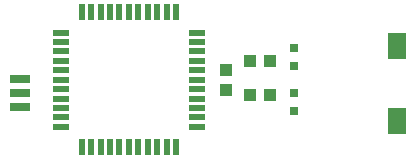
<source format=gtp>
G75*
%MOIN*%
%OFA0B0*%
%FSLAX25Y25*%
%IPPOS*%
%LPD*%
%AMOC8*
5,1,8,0,0,1.08239X$1,22.5*
%
%ADD10R,0.03937X0.04331*%
%ADD11R,0.03150X0.03150*%
%ADD12R,0.06299X0.09055*%
%ADD13R,0.06693X0.02756*%
%ADD14R,0.05800X0.02000*%
%ADD15R,0.02000X0.05800*%
D10*
X0111000Y0038904D03*
X0118904Y0037250D03*
X0125596Y0037250D03*
X0111000Y0045596D03*
X0118904Y0048500D03*
X0125596Y0048500D03*
D11*
X0133500Y0046797D03*
X0133500Y0052703D03*
X0133500Y0037703D03*
X0133500Y0031797D03*
D12*
X0167875Y0028598D03*
X0167875Y0053402D03*
D13*
X0042250Y0042599D03*
X0042250Y0037875D03*
X0042250Y0033151D03*
D14*
X0055900Y0026550D03*
X0055900Y0029650D03*
X0055900Y0032850D03*
X0055900Y0035950D03*
X0055900Y0039150D03*
X0055900Y0042250D03*
X0055900Y0045350D03*
X0055900Y0048550D03*
X0055900Y0051650D03*
X0055900Y0054850D03*
X0055900Y0057950D03*
X0101100Y0057950D03*
X0101100Y0054850D03*
X0101100Y0051650D03*
X0101100Y0048550D03*
X0101100Y0045350D03*
X0101100Y0042250D03*
X0101100Y0039150D03*
X0101100Y0035950D03*
X0101100Y0032850D03*
X0101100Y0029650D03*
X0101100Y0026550D03*
D15*
X0094200Y0019650D03*
X0091100Y0019650D03*
X0087900Y0019650D03*
X0084800Y0019650D03*
X0081600Y0019650D03*
X0078500Y0019650D03*
X0075400Y0019650D03*
X0072200Y0019650D03*
X0069100Y0019650D03*
X0065900Y0019650D03*
X0062800Y0019650D03*
X0062800Y0064850D03*
X0065900Y0064850D03*
X0069100Y0064850D03*
X0072200Y0064850D03*
X0075400Y0064850D03*
X0078500Y0064850D03*
X0081600Y0064850D03*
X0084800Y0064850D03*
X0087900Y0064850D03*
X0091100Y0064850D03*
X0094200Y0064850D03*
M02*

</source>
